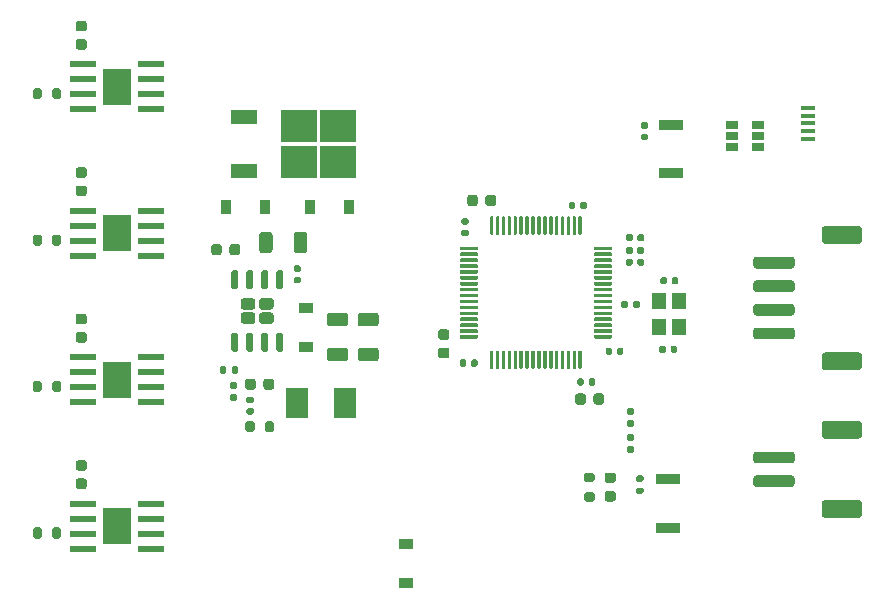
<source format=gbr>
%TF.GenerationSoftware,KiCad,Pcbnew,(5.1.8)-1*%
%TF.CreationDate,2022-03-24T23:03:00-07:00*%
%TF.ProjectId,smart_motor_controller,736d6172-745f-46d6-9f74-6f725f636f6e,0.1.1*%
%TF.SameCoordinates,Original*%
%TF.FileFunction,Paste,Top*%
%TF.FilePolarity,Positive*%
%FSLAX46Y46*%
G04 Gerber Fmt 4.6, Leading zero omitted, Abs format (unit mm)*
G04 Created by KiCad (PCBNEW (5.1.8)-1) date 2022-03-24 23:03:00*
%MOMM*%
%LPD*%
G01*
G04 APERTURE LIST*
%ADD10R,2.200000X0.500000*%
%ADD11R,2.400000X3.100000*%
%ADD12R,1.200000X0.900000*%
%ADD13R,2.000000X0.900000*%
%ADD14R,3.050000X2.750000*%
%ADD15R,2.200000X1.200000*%
%ADD16R,1.250000X0.400000*%
%ADD17R,1.060000X0.650000*%
%ADD18R,1.200000X1.400000*%
%ADD19R,0.900000X1.200000*%
%ADD20R,1.900000X2.500000*%
G04 APERTURE END LIST*
%TO.C,U201*%
G36*
G01*
X144642500Y-89815000D02*
X145407500Y-89815000D01*
G75*
G02*
X145650000Y-90057500I0J-242500D01*
G01*
X145650000Y-90542500D01*
G75*
G02*
X145407500Y-90785000I-242500J0D01*
G01*
X144642500Y-90785000D01*
G75*
G02*
X144400000Y-90542500I0J242500D01*
G01*
X144400000Y-90057500D01*
G75*
G02*
X144642500Y-89815000I242500J0D01*
G01*
G37*
G36*
G01*
X146192500Y-89815000D02*
X146957500Y-89815000D01*
G75*
G02*
X147200000Y-90057500I0J-242500D01*
G01*
X147200000Y-90542500D01*
G75*
G02*
X146957500Y-90785000I-242500J0D01*
G01*
X146192500Y-90785000D01*
G75*
G02*
X145950000Y-90542500I0J242500D01*
G01*
X145950000Y-90057500D01*
G75*
G02*
X146192500Y-89815000I242500J0D01*
G01*
G37*
G36*
G01*
X144642500Y-88615000D02*
X145407500Y-88615000D01*
G75*
G02*
X145650000Y-88857500I0J-242500D01*
G01*
X145650000Y-89342500D01*
G75*
G02*
X145407500Y-89585000I-242500J0D01*
G01*
X144642500Y-89585000D01*
G75*
G02*
X144400000Y-89342500I0J242500D01*
G01*
X144400000Y-88857500D01*
G75*
G02*
X144642500Y-88615000I242500J0D01*
G01*
G37*
G36*
G01*
X146192500Y-88615000D02*
X146957500Y-88615000D01*
G75*
G02*
X147200000Y-88857500I0J-242500D01*
G01*
X147200000Y-89342500D01*
G75*
G02*
X146957500Y-89585000I-242500J0D01*
G01*
X146192500Y-89585000D01*
G75*
G02*
X145950000Y-89342500I0J242500D01*
G01*
X145950000Y-88857500D01*
G75*
G02*
X146192500Y-88615000I242500J0D01*
G01*
G37*
G36*
G01*
X147555000Y-91550000D02*
X147855000Y-91550000D01*
G75*
G02*
X148005000Y-91700000I0J-150000D01*
G01*
X148005000Y-93000000D01*
G75*
G02*
X147855000Y-93150000I-150000J0D01*
G01*
X147555000Y-93150000D01*
G75*
G02*
X147405000Y-93000000I0J150000D01*
G01*
X147405000Y-91700000D01*
G75*
G02*
X147555000Y-91550000I150000J0D01*
G01*
G37*
G36*
G01*
X146285000Y-91550000D02*
X146585000Y-91550000D01*
G75*
G02*
X146735000Y-91700000I0J-150000D01*
G01*
X146735000Y-93000000D01*
G75*
G02*
X146585000Y-93150000I-150000J0D01*
G01*
X146285000Y-93150000D01*
G75*
G02*
X146135000Y-93000000I0J150000D01*
G01*
X146135000Y-91700000D01*
G75*
G02*
X146285000Y-91550000I150000J0D01*
G01*
G37*
G36*
G01*
X145015000Y-91550000D02*
X145315000Y-91550000D01*
G75*
G02*
X145465000Y-91700000I0J-150000D01*
G01*
X145465000Y-93000000D01*
G75*
G02*
X145315000Y-93150000I-150000J0D01*
G01*
X145015000Y-93150000D01*
G75*
G02*
X144865000Y-93000000I0J150000D01*
G01*
X144865000Y-91700000D01*
G75*
G02*
X145015000Y-91550000I150000J0D01*
G01*
G37*
G36*
G01*
X143745000Y-91550000D02*
X144045000Y-91550000D01*
G75*
G02*
X144195000Y-91700000I0J-150000D01*
G01*
X144195000Y-93000000D01*
G75*
G02*
X144045000Y-93150000I-150000J0D01*
G01*
X143745000Y-93150000D01*
G75*
G02*
X143595000Y-93000000I0J150000D01*
G01*
X143595000Y-91700000D01*
G75*
G02*
X143745000Y-91550000I150000J0D01*
G01*
G37*
G36*
G01*
X143745000Y-86250000D02*
X144045000Y-86250000D01*
G75*
G02*
X144195000Y-86400000I0J-150000D01*
G01*
X144195000Y-87700000D01*
G75*
G02*
X144045000Y-87850000I-150000J0D01*
G01*
X143745000Y-87850000D01*
G75*
G02*
X143595000Y-87700000I0J150000D01*
G01*
X143595000Y-86400000D01*
G75*
G02*
X143745000Y-86250000I150000J0D01*
G01*
G37*
G36*
G01*
X145015000Y-86250000D02*
X145315000Y-86250000D01*
G75*
G02*
X145465000Y-86400000I0J-150000D01*
G01*
X145465000Y-87700000D01*
G75*
G02*
X145315000Y-87850000I-150000J0D01*
G01*
X145015000Y-87850000D01*
G75*
G02*
X144865000Y-87700000I0J150000D01*
G01*
X144865000Y-86400000D01*
G75*
G02*
X145015000Y-86250000I150000J0D01*
G01*
G37*
G36*
G01*
X146285000Y-86250000D02*
X146585000Y-86250000D01*
G75*
G02*
X146735000Y-86400000I0J-150000D01*
G01*
X146735000Y-87700000D01*
G75*
G02*
X146585000Y-87850000I-150000J0D01*
G01*
X146285000Y-87850000D01*
G75*
G02*
X146135000Y-87700000I0J150000D01*
G01*
X146135000Y-86400000D01*
G75*
G02*
X146285000Y-86250000I150000J0D01*
G01*
G37*
G36*
G01*
X147555000Y-86250000D02*
X147855000Y-86250000D01*
G75*
G02*
X148005000Y-86400000I0J-150000D01*
G01*
X148005000Y-87700000D01*
G75*
G02*
X147855000Y-87850000I-150000J0D01*
G01*
X147555000Y-87850000D01*
G75*
G02*
X147405000Y-87700000I0J150000D01*
G01*
X147405000Y-86400000D01*
G75*
G02*
X147555000Y-86250000I150000J0D01*
G01*
G37*
%TD*%
D10*
%TO.C,U304*%
X131025000Y-109805000D03*
X131025000Y-108535000D03*
X131025000Y-107265000D03*
X131025000Y-105995000D03*
X136775000Y-105995000D03*
X136775000Y-107265000D03*
X136775000Y-108535000D03*
X136775000Y-109805000D03*
D11*
X133900000Y-107900000D03*
%TD*%
D10*
%TO.C,U303*%
X131025000Y-85005000D03*
X131025000Y-83735000D03*
X131025000Y-82465000D03*
X131025000Y-81195000D03*
X136775000Y-81195000D03*
X136775000Y-82465000D03*
X136775000Y-83735000D03*
X136775000Y-85005000D03*
D11*
X133900000Y-83100000D03*
%TD*%
D10*
%TO.C,U302*%
X131025000Y-97405000D03*
X131025000Y-96135000D03*
X131025000Y-94865000D03*
X131025000Y-93595000D03*
X136775000Y-93595000D03*
X136775000Y-94865000D03*
X136775000Y-96135000D03*
X136775000Y-97405000D03*
D11*
X133900000Y-95500000D03*
%TD*%
D10*
%TO.C,U301*%
X131025000Y-72605000D03*
X131025000Y-71335000D03*
X131025000Y-70065000D03*
X131025000Y-68795000D03*
X136775000Y-68795000D03*
X136775000Y-70065000D03*
X136775000Y-71335000D03*
X136775000Y-72605000D03*
D11*
X133900000Y-70700000D03*
%TD*%
D12*
%TO.C,D301*%
X158400000Y-112750000D03*
X158400000Y-109450000D03*
%TD*%
D13*
%TO.C,SW103*%
X180800000Y-73950000D03*
X180800000Y-78050000D03*
%TD*%
%TO.C,SW102*%
X180600000Y-108050000D03*
X180600000Y-103950000D03*
%TD*%
%TO.C,R101*%
G36*
G01*
X178385000Y-104160000D02*
X178015000Y-104160000D01*
G75*
G02*
X177880000Y-104025000I0J135000D01*
G01*
X177880000Y-103755000D01*
G75*
G02*
X178015000Y-103620000I135000J0D01*
G01*
X178385000Y-103620000D01*
G75*
G02*
X178520000Y-103755000I0J-135000D01*
G01*
X178520000Y-104025000D01*
G75*
G02*
X178385000Y-104160000I-135000J0D01*
G01*
G37*
G36*
G01*
X178385000Y-105180000D02*
X178015000Y-105180000D01*
G75*
G02*
X177880000Y-105045000I0J135000D01*
G01*
X177880000Y-104775000D01*
G75*
G02*
X178015000Y-104640000I135000J0D01*
G01*
X178385000Y-104640000D01*
G75*
G02*
X178520000Y-104775000I0J-135000D01*
G01*
X178520000Y-105045000D01*
G75*
G02*
X178385000Y-105180000I-135000J0D01*
G01*
G37*
%TD*%
%TO.C,C101*%
G36*
G01*
X178430000Y-74680000D02*
X178770000Y-74680000D01*
G75*
G02*
X178910000Y-74820000I0J-140000D01*
G01*
X178910000Y-75100000D01*
G75*
G02*
X178770000Y-75240000I-140000J0D01*
G01*
X178430000Y-75240000D01*
G75*
G02*
X178290000Y-75100000I0J140000D01*
G01*
X178290000Y-74820000D01*
G75*
G02*
X178430000Y-74680000I140000J0D01*
G01*
G37*
G36*
G01*
X178430000Y-73720000D02*
X178770000Y-73720000D01*
G75*
G02*
X178910000Y-73860000I0J-140000D01*
G01*
X178910000Y-74140000D01*
G75*
G02*
X178770000Y-74280000I-140000J0D01*
G01*
X178430000Y-74280000D01*
G75*
G02*
X178290000Y-74140000I0J140000D01*
G01*
X178290000Y-73860000D01*
G75*
G02*
X178430000Y-73720000I140000J0D01*
G01*
G37*
%TD*%
D14*
%TO.C,Q101*%
X149325000Y-77100000D03*
X152675000Y-74050000D03*
X149325000Y-74050000D03*
X152675000Y-77100000D03*
D15*
X144700000Y-77855000D03*
X144700000Y-73295000D03*
%TD*%
D12*
%TO.C,D201*%
X149900000Y-89450000D03*
X149900000Y-92750000D03*
%TD*%
D16*
%TO.C,J10*%
X192430000Y-72500000D03*
X192430000Y-73150000D03*
X192430000Y-75100000D03*
X192430000Y-74450000D03*
X192430000Y-73800000D03*
%TD*%
D17*
%TO.C,U3*%
X186000000Y-74900000D03*
X186000000Y-75850000D03*
X186000000Y-73950000D03*
X188200000Y-73950000D03*
X188200000Y-74900000D03*
X188200000Y-75850000D03*
%TD*%
%TO.C,U2*%
G36*
G01*
X173300000Y-93115000D02*
X173300000Y-94515000D01*
G75*
G02*
X173225000Y-94590000I-75000J0D01*
G01*
X173075000Y-94590000D01*
G75*
G02*
X173000000Y-94515000I0J75000D01*
G01*
X173000000Y-93115000D01*
G75*
G02*
X173075000Y-93040000I75000J0D01*
G01*
X173225000Y-93040000D01*
G75*
G02*
X173300000Y-93115000I0J-75000D01*
G01*
G37*
G36*
G01*
X172800000Y-93115000D02*
X172800000Y-94515000D01*
G75*
G02*
X172725000Y-94590000I-75000J0D01*
G01*
X172575000Y-94590000D01*
G75*
G02*
X172500000Y-94515000I0J75000D01*
G01*
X172500000Y-93115000D01*
G75*
G02*
X172575000Y-93040000I75000J0D01*
G01*
X172725000Y-93040000D01*
G75*
G02*
X172800000Y-93115000I0J-75000D01*
G01*
G37*
G36*
G01*
X172300000Y-93115000D02*
X172300000Y-94515000D01*
G75*
G02*
X172225000Y-94590000I-75000J0D01*
G01*
X172075000Y-94590000D01*
G75*
G02*
X172000000Y-94515000I0J75000D01*
G01*
X172000000Y-93115000D01*
G75*
G02*
X172075000Y-93040000I75000J0D01*
G01*
X172225000Y-93040000D01*
G75*
G02*
X172300000Y-93115000I0J-75000D01*
G01*
G37*
G36*
G01*
X171800000Y-93115000D02*
X171800000Y-94515000D01*
G75*
G02*
X171725000Y-94590000I-75000J0D01*
G01*
X171575000Y-94590000D01*
G75*
G02*
X171500000Y-94515000I0J75000D01*
G01*
X171500000Y-93115000D01*
G75*
G02*
X171575000Y-93040000I75000J0D01*
G01*
X171725000Y-93040000D01*
G75*
G02*
X171800000Y-93115000I0J-75000D01*
G01*
G37*
G36*
G01*
X171300000Y-93115000D02*
X171300000Y-94515000D01*
G75*
G02*
X171225000Y-94590000I-75000J0D01*
G01*
X171075000Y-94590000D01*
G75*
G02*
X171000000Y-94515000I0J75000D01*
G01*
X171000000Y-93115000D01*
G75*
G02*
X171075000Y-93040000I75000J0D01*
G01*
X171225000Y-93040000D01*
G75*
G02*
X171300000Y-93115000I0J-75000D01*
G01*
G37*
G36*
G01*
X170800000Y-93115000D02*
X170800000Y-94515000D01*
G75*
G02*
X170725000Y-94590000I-75000J0D01*
G01*
X170575000Y-94590000D01*
G75*
G02*
X170500000Y-94515000I0J75000D01*
G01*
X170500000Y-93115000D01*
G75*
G02*
X170575000Y-93040000I75000J0D01*
G01*
X170725000Y-93040000D01*
G75*
G02*
X170800000Y-93115000I0J-75000D01*
G01*
G37*
G36*
G01*
X170300000Y-93115000D02*
X170300000Y-94515000D01*
G75*
G02*
X170225000Y-94590000I-75000J0D01*
G01*
X170075000Y-94590000D01*
G75*
G02*
X170000000Y-94515000I0J75000D01*
G01*
X170000000Y-93115000D01*
G75*
G02*
X170075000Y-93040000I75000J0D01*
G01*
X170225000Y-93040000D01*
G75*
G02*
X170300000Y-93115000I0J-75000D01*
G01*
G37*
G36*
G01*
X169800000Y-93115000D02*
X169800000Y-94515000D01*
G75*
G02*
X169725000Y-94590000I-75000J0D01*
G01*
X169575000Y-94590000D01*
G75*
G02*
X169500000Y-94515000I0J75000D01*
G01*
X169500000Y-93115000D01*
G75*
G02*
X169575000Y-93040000I75000J0D01*
G01*
X169725000Y-93040000D01*
G75*
G02*
X169800000Y-93115000I0J-75000D01*
G01*
G37*
G36*
G01*
X169300000Y-93115000D02*
X169300000Y-94515000D01*
G75*
G02*
X169225000Y-94590000I-75000J0D01*
G01*
X169075000Y-94590000D01*
G75*
G02*
X169000000Y-94515000I0J75000D01*
G01*
X169000000Y-93115000D01*
G75*
G02*
X169075000Y-93040000I75000J0D01*
G01*
X169225000Y-93040000D01*
G75*
G02*
X169300000Y-93115000I0J-75000D01*
G01*
G37*
G36*
G01*
X168800000Y-93115000D02*
X168800000Y-94515000D01*
G75*
G02*
X168725000Y-94590000I-75000J0D01*
G01*
X168575000Y-94590000D01*
G75*
G02*
X168500000Y-94515000I0J75000D01*
G01*
X168500000Y-93115000D01*
G75*
G02*
X168575000Y-93040000I75000J0D01*
G01*
X168725000Y-93040000D01*
G75*
G02*
X168800000Y-93115000I0J-75000D01*
G01*
G37*
G36*
G01*
X168300000Y-93115000D02*
X168300000Y-94515000D01*
G75*
G02*
X168225000Y-94590000I-75000J0D01*
G01*
X168075000Y-94590000D01*
G75*
G02*
X168000000Y-94515000I0J75000D01*
G01*
X168000000Y-93115000D01*
G75*
G02*
X168075000Y-93040000I75000J0D01*
G01*
X168225000Y-93040000D01*
G75*
G02*
X168300000Y-93115000I0J-75000D01*
G01*
G37*
G36*
G01*
X167800000Y-93115000D02*
X167800000Y-94515000D01*
G75*
G02*
X167725000Y-94590000I-75000J0D01*
G01*
X167575000Y-94590000D01*
G75*
G02*
X167500000Y-94515000I0J75000D01*
G01*
X167500000Y-93115000D01*
G75*
G02*
X167575000Y-93040000I75000J0D01*
G01*
X167725000Y-93040000D01*
G75*
G02*
X167800000Y-93115000I0J-75000D01*
G01*
G37*
G36*
G01*
X167300000Y-93115000D02*
X167300000Y-94515000D01*
G75*
G02*
X167225000Y-94590000I-75000J0D01*
G01*
X167075000Y-94590000D01*
G75*
G02*
X167000000Y-94515000I0J75000D01*
G01*
X167000000Y-93115000D01*
G75*
G02*
X167075000Y-93040000I75000J0D01*
G01*
X167225000Y-93040000D01*
G75*
G02*
X167300000Y-93115000I0J-75000D01*
G01*
G37*
G36*
G01*
X166800000Y-93115000D02*
X166800000Y-94515000D01*
G75*
G02*
X166725000Y-94590000I-75000J0D01*
G01*
X166575000Y-94590000D01*
G75*
G02*
X166500000Y-94515000I0J75000D01*
G01*
X166500000Y-93115000D01*
G75*
G02*
X166575000Y-93040000I75000J0D01*
G01*
X166725000Y-93040000D01*
G75*
G02*
X166800000Y-93115000I0J-75000D01*
G01*
G37*
G36*
G01*
X166300000Y-93115000D02*
X166300000Y-94515000D01*
G75*
G02*
X166225000Y-94590000I-75000J0D01*
G01*
X166075000Y-94590000D01*
G75*
G02*
X166000000Y-94515000I0J75000D01*
G01*
X166000000Y-93115000D01*
G75*
G02*
X166075000Y-93040000I75000J0D01*
G01*
X166225000Y-93040000D01*
G75*
G02*
X166300000Y-93115000I0J-75000D01*
G01*
G37*
G36*
G01*
X165800000Y-93115000D02*
X165800000Y-94515000D01*
G75*
G02*
X165725000Y-94590000I-75000J0D01*
G01*
X165575000Y-94590000D01*
G75*
G02*
X165500000Y-94515000I0J75000D01*
G01*
X165500000Y-93115000D01*
G75*
G02*
X165575000Y-93040000I75000J0D01*
G01*
X165725000Y-93040000D01*
G75*
G02*
X165800000Y-93115000I0J-75000D01*
G01*
G37*
G36*
G01*
X164500000Y-91815000D02*
X164500000Y-91965000D01*
G75*
G02*
X164425000Y-92040000I-75000J0D01*
G01*
X163025000Y-92040000D01*
G75*
G02*
X162950000Y-91965000I0J75000D01*
G01*
X162950000Y-91815000D01*
G75*
G02*
X163025000Y-91740000I75000J0D01*
G01*
X164425000Y-91740000D01*
G75*
G02*
X164500000Y-91815000I0J-75000D01*
G01*
G37*
G36*
G01*
X164500000Y-91315000D02*
X164500000Y-91465000D01*
G75*
G02*
X164425000Y-91540000I-75000J0D01*
G01*
X163025000Y-91540000D01*
G75*
G02*
X162950000Y-91465000I0J75000D01*
G01*
X162950000Y-91315000D01*
G75*
G02*
X163025000Y-91240000I75000J0D01*
G01*
X164425000Y-91240000D01*
G75*
G02*
X164500000Y-91315000I0J-75000D01*
G01*
G37*
G36*
G01*
X164500000Y-90815000D02*
X164500000Y-90965000D01*
G75*
G02*
X164425000Y-91040000I-75000J0D01*
G01*
X163025000Y-91040000D01*
G75*
G02*
X162950000Y-90965000I0J75000D01*
G01*
X162950000Y-90815000D01*
G75*
G02*
X163025000Y-90740000I75000J0D01*
G01*
X164425000Y-90740000D01*
G75*
G02*
X164500000Y-90815000I0J-75000D01*
G01*
G37*
G36*
G01*
X164500000Y-90315000D02*
X164500000Y-90465000D01*
G75*
G02*
X164425000Y-90540000I-75000J0D01*
G01*
X163025000Y-90540000D01*
G75*
G02*
X162950000Y-90465000I0J75000D01*
G01*
X162950000Y-90315000D01*
G75*
G02*
X163025000Y-90240000I75000J0D01*
G01*
X164425000Y-90240000D01*
G75*
G02*
X164500000Y-90315000I0J-75000D01*
G01*
G37*
G36*
G01*
X164500000Y-89815000D02*
X164500000Y-89965000D01*
G75*
G02*
X164425000Y-90040000I-75000J0D01*
G01*
X163025000Y-90040000D01*
G75*
G02*
X162950000Y-89965000I0J75000D01*
G01*
X162950000Y-89815000D01*
G75*
G02*
X163025000Y-89740000I75000J0D01*
G01*
X164425000Y-89740000D01*
G75*
G02*
X164500000Y-89815000I0J-75000D01*
G01*
G37*
G36*
G01*
X164500000Y-89315000D02*
X164500000Y-89465000D01*
G75*
G02*
X164425000Y-89540000I-75000J0D01*
G01*
X163025000Y-89540000D01*
G75*
G02*
X162950000Y-89465000I0J75000D01*
G01*
X162950000Y-89315000D01*
G75*
G02*
X163025000Y-89240000I75000J0D01*
G01*
X164425000Y-89240000D01*
G75*
G02*
X164500000Y-89315000I0J-75000D01*
G01*
G37*
G36*
G01*
X164500000Y-88815000D02*
X164500000Y-88965000D01*
G75*
G02*
X164425000Y-89040000I-75000J0D01*
G01*
X163025000Y-89040000D01*
G75*
G02*
X162950000Y-88965000I0J75000D01*
G01*
X162950000Y-88815000D01*
G75*
G02*
X163025000Y-88740000I75000J0D01*
G01*
X164425000Y-88740000D01*
G75*
G02*
X164500000Y-88815000I0J-75000D01*
G01*
G37*
G36*
G01*
X164500000Y-88315000D02*
X164500000Y-88465000D01*
G75*
G02*
X164425000Y-88540000I-75000J0D01*
G01*
X163025000Y-88540000D01*
G75*
G02*
X162950000Y-88465000I0J75000D01*
G01*
X162950000Y-88315000D01*
G75*
G02*
X163025000Y-88240000I75000J0D01*
G01*
X164425000Y-88240000D01*
G75*
G02*
X164500000Y-88315000I0J-75000D01*
G01*
G37*
G36*
G01*
X164500000Y-87815000D02*
X164500000Y-87965000D01*
G75*
G02*
X164425000Y-88040000I-75000J0D01*
G01*
X163025000Y-88040000D01*
G75*
G02*
X162950000Y-87965000I0J75000D01*
G01*
X162950000Y-87815000D01*
G75*
G02*
X163025000Y-87740000I75000J0D01*
G01*
X164425000Y-87740000D01*
G75*
G02*
X164500000Y-87815000I0J-75000D01*
G01*
G37*
G36*
G01*
X164500000Y-87315000D02*
X164500000Y-87465000D01*
G75*
G02*
X164425000Y-87540000I-75000J0D01*
G01*
X163025000Y-87540000D01*
G75*
G02*
X162950000Y-87465000I0J75000D01*
G01*
X162950000Y-87315000D01*
G75*
G02*
X163025000Y-87240000I75000J0D01*
G01*
X164425000Y-87240000D01*
G75*
G02*
X164500000Y-87315000I0J-75000D01*
G01*
G37*
G36*
G01*
X164500000Y-86815000D02*
X164500000Y-86965000D01*
G75*
G02*
X164425000Y-87040000I-75000J0D01*
G01*
X163025000Y-87040000D01*
G75*
G02*
X162950000Y-86965000I0J75000D01*
G01*
X162950000Y-86815000D01*
G75*
G02*
X163025000Y-86740000I75000J0D01*
G01*
X164425000Y-86740000D01*
G75*
G02*
X164500000Y-86815000I0J-75000D01*
G01*
G37*
G36*
G01*
X164500000Y-86315000D02*
X164500000Y-86465000D01*
G75*
G02*
X164425000Y-86540000I-75000J0D01*
G01*
X163025000Y-86540000D01*
G75*
G02*
X162950000Y-86465000I0J75000D01*
G01*
X162950000Y-86315000D01*
G75*
G02*
X163025000Y-86240000I75000J0D01*
G01*
X164425000Y-86240000D01*
G75*
G02*
X164500000Y-86315000I0J-75000D01*
G01*
G37*
G36*
G01*
X164500000Y-85815000D02*
X164500000Y-85965000D01*
G75*
G02*
X164425000Y-86040000I-75000J0D01*
G01*
X163025000Y-86040000D01*
G75*
G02*
X162950000Y-85965000I0J75000D01*
G01*
X162950000Y-85815000D01*
G75*
G02*
X163025000Y-85740000I75000J0D01*
G01*
X164425000Y-85740000D01*
G75*
G02*
X164500000Y-85815000I0J-75000D01*
G01*
G37*
G36*
G01*
X164500000Y-85315000D02*
X164500000Y-85465000D01*
G75*
G02*
X164425000Y-85540000I-75000J0D01*
G01*
X163025000Y-85540000D01*
G75*
G02*
X162950000Y-85465000I0J75000D01*
G01*
X162950000Y-85315000D01*
G75*
G02*
X163025000Y-85240000I75000J0D01*
G01*
X164425000Y-85240000D01*
G75*
G02*
X164500000Y-85315000I0J-75000D01*
G01*
G37*
G36*
G01*
X164500000Y-84815000D02*
X164500000Y-84965000D01*
G75*
G02*
X164425000Y-85040000I-75000J0D01*
G01*
X163025000Y-85040000D01*
G75*
G02*
X162950000Y-84965000I0J75000D01*
G01*
X162950000Y-84815000D01*
G75*
G02*
X163025000Y-84740000I75000J0D01*
G01*
X164425000Y-84740000D01*
G75*
G02*
X164500000Y-84815000I0J-75000D01*
G01*
G37*
G36*
G01*
X164500000Y-84315000D02*
X164500000Y-84465000D01*
G75*
G02*
X164425000Y-84540000I-75000J0D01*
G01*
X163025000Y-84540000D01*
G75*
G02*
X162950000Y-84465000I0J75000D01*
G01*
X162950000Y-84315000D01*
G75*
G02*
X163025000Y-84240000I75000J0D01*
G01*
X164425000Y-84240000D01*
G75*
G02*
X164500000Y-84315000I0J-75000D01*
G01*
G37*
G36*
G01*
X165800000Y-81765000D02*
X165800000Y-83165000D01*
G75*
G02*
X165725000Y-83240000I-75000J0D01*
G01*
X165575000Y-83240000D01*
G75*
G02*
X165500000Y-83165000I0J75000D01*
G01*
X165500000Y-81765000D01*
G75*
G02*
X165575000Y-81690000I75000J0D01*
G01*
X165725000Y-81690000D01*
G75*
G02*
X165800000Y-81765000I0J-75000D01*
G01*
G37*
G36*
G01*
X166300000Y-81765000D02*
X166300000Y-83165000D01*
G75*
G02*
X166225000Y-83240000I-75000J0D01*
G01*
X166075000Y-83240000D01*
G75*
G02*
X166000000Y-83165000I0J75000D01*
G01*
X166000000Y-81765000D01*
G75*
G02*
X166075000Y-81690000I75000J0D01*
G01*
X166225000Y-81690000D01*
G75*
G02*
X166300000Y-81765000I0J-75000D01*
G01*
G37*
G36*
G01*
X166800000Y-81765000D02*
X166800000Y-83165000D01*
G75*
G02*
X166725000Y-83240000I-75000J0D01*
G01*
X166575000Y-83240000D01*
G75*
G02*
X166500000Y-83165000I0J75000D01*
G01*
X166500000Y-81765000D01*
G75*
G02*
X166575000Y-81690000I75000J0D01*
G01*
X166725000Y-81690000D01*
G75*
G02*
X166800000Y-81765000I0J-75000D01*
G01*
G37*
G36*
G01*
X167300000Y-81765000D02*
X167300000Y-83165000D01*
G75*
G02*
X167225000Y-83240000I-75000J0D01*
G01*
X167075000Y-83240000D01*
G75*
G02*
X167000000Y-83165000I0J75000D01*
G01*
X167000000Y-81765000D01*
G75*
G02*
X167075000Y-81690000I75000J0D01*
G01*
X167225000Y-81690000D01*
G75*
G02*
X167300000Y-81765000I0J-75000D01*
G01*
G37*
G36*
G01*
X167800000Y-81765000D02*
X167800000Y-83165000D01*
G75*
G02*
X167725000Y-83240000I-75000J0D01*
G01*
X167575000Y-83240000D01*
G75*
G02*
X167500000Y-83165000I0J75000D01*
G01*
X167500000Y-81765000D01*
G75*
G02*
X167575000Y-81690000I75000J0D01*
G01*
X167725000Y-81690000D01*
G75*
G02*
X167800000Y-81765000I0J-75000D01*
G01*
G37*
G36*
G01*
X168300000Y-81765000D02*
X168300000Y-83165000D01*
G75*
G02*
X168225000Y-83240000I-75000J0D01*
G01*
X168075000Y-83240000D01*
G75*
G02*
X168000000Y-83165000I0J75000D01*
G01*
X168000000Y-81765000D01*
G75*
G02*
X168075000Y-81690000I75000J0D01*
G01*
X168225000Y-81690000D01*
G75*
G02*
X168300000Y-81765000I0J-75000D01*
G01*
G37*
G36*
G01*
X168800000Y-81765000D02*
X168800000Y-83165000D01*
G75*
G02*
X168725000Y-83240000I-75000J0D01*
G01*
X168575000Y-83240000D01*
G75*
G02*
X168500000Y-83165000I0J75000D01*
G01*
X168500000Y-81765000D01*
G75*
G02*
X168575000Y-81690000I75000J0D01*
G01*
X168725000Y-81690000D01*
G75*
G02*
X168800000Y-81765000I0J-75000D01*
G01*
G37*
G36*
G01*
X169300000Y-81765000D02*
X169300000Y-83165000D01*
G75*
G02*
X169225000Y-83240000I-75000J0D01*
G01*
X169075000Y-83240000D01*
G75*
G02*
X169000000Y-83165000I0J75000D01*
G01*
X169000000Y-81765000D01*
G75*
G02*
X169075000Y-81690000I75000J0D01*
G01*
X169225000Y-81690000D01*
G75*
G02*
X169300000Y-81765000I0J-75000D01*
G01*
G37*
G36*
G01*
X169800000Y-81765000D02*
X169800000Y-83165000D01*
G75*
G02*
X169725000Y-83240000I-75000J0D01*
G01*
X169575000Y-83240000D01*
G75*
G02*
X169500000Y-83165000I0J75000D01*
G01*
X169500000Y-81765000D01*
G75*
G02*
X169575000Y-81690000I75000J0D01*
G01*
X169725000Y-81690000D01*
G75*
G02*
X169800000Y-81765000I0J-75000D01*
G01*
G37*
G36*
G01*
X170300000Y-81765000D02*
X170300000Y-83165000D01*
G75*
G02*
X170225000Y-83240000I-75000J0D01*
G01*
X170075000Y-83240000D01*
G75*
G02*
X170000000Y-83165000I0J75000D01*
G01*
X170000000Y-81765000D01*
G75*
G02*
X170075000Y-81690000I75000J0D01*
G01*
X170225000Y-81690000D01*
G75*
G02*
X170300000Y-81765000I0J-75000D01*
G01*
G37*
G36*
G01*
X170800000Y-81765000D02*
X170800000Y-83165000D01*
G75*
G02*
X170725000Y-83240000I-75000J0D01*
G01*
X170575000Y-83240000D01*
G75*
G02*
X170500000Y-83165000I0J75000D01*
G01*
X170500000Y-81765000D01*
G75*
G02*
X170575000Y-81690000I75000J0D01*
G01*
X170725000Y-81690000D01*
G75*
G02*
X170800000Y-81765000I0J-75000D01*
G01*
G37*
G36*
G01*
X171300000Y-81765000D02*
X171300000Y-83165000D01*
G75*
G02*
X171225000Y-83240000I-75000J0D01*
G01*
X171075000Y-83240000D01*
G75*
G02*
X171000000Y-83165000I0J75000D01*
G01*
X171000000Y-81765000D01*
G75*
G02*
X171075000Y-81690000I75000J0D01*
G01*
X171225000Y-81690000D01*
G75*
G02*
X171300000Y-81765000I0J-75000D01*
G01*
G37*
G36*
G01*
X171800000Y-81765000D02*
X171800000Y-83165000D01*
G75*
G02*
X171725000Y-83240000I-75000J0D01*
G01*
X171575000Y-83240000D01*
G75*
G02*
X171500000Y-83165000I0J75000D01*
G01*
X171500000Y-81765000D01*
G75*
G02*
X171575000Y-81690000I75000J0D01*
G01*
X171725000Y-81690000D01*
G75*
G02*
X171800000Y-81765000I0J-75000D01*
G01*
G37*
G36*
G01*
X172300000Y-81765000D02*
X172300000Y-83165000D01*
G75*
G02*
X172225000Y-83240000I-75000J0D01*
G01*
X172075000Y-83240000D01*
G75*
G02*
X172000000Y-83165000I0J75000D01*
G01*
X172000000Y-81765000D01*
G75*
G02*
X172075000Y-81690000I75000J0D01*
G01*
X172225000Y-81690000D01*
G75*
G02*
X172300000Y-81765000I0J-75000D01*
G01*
G37*
G36*
G01*
X172800000Y-81765000D02*
X172800000Y-83165000D01*
G75*
G02*
X172725000Y-83240000I-75000J0D01*
G01*
X172575000Y-83240000D01*
G75*
G02*
X172500000Y-83165000I0J75000D01*
G01*
X172500000Y-81765000D01*
G75*
G02*
X172575000Y-81690000I75000J0D01*
G01*
X172725000Y-81690000D01*
G75*
G02*
X172800000Y-81765000I0J-75000D01*
G01*
G37*
G36*
G01*
X173300000Y-81765000D02*
X173300000Y-83165000D01*
G75*
G02*
X173225000Y-83240000I-75000J0D01*
G01*
X173075000Y-83240000D01*
G75*
G02*
X173000000Y-83165000I0J75000D01*
G01*
X173000000Y-81765000D01*
G75*
G02*
X173075000Y-81690000I75000J0D01*
G01*
X173225000Y-81690000D01*
G75*
G02*
X173300000Y-81765000I0J-75000D01*
G01*
G37*
G36*
G01*
X175850000Y-84315000D02*
X175850000Y-84465000D01*
G75*
G02*
X175775000Y-84540000I-75000J0D01*
G01*
X174375000Y-84540000D01*
G75*
G02*
X174300000Y-84465000I0J75000D01*
G01*
X174300000Y-84315000D01*
G75*
G02*
X174375000Y-84240000I75000J0D01*
G01*
X175775000Y-84240000D01*
G75*
G02*
X175850000Y-84315000I0J-75000D01*
G01*
G37*
G36*
G01*
X175850000Y-84815000D02*
X175850000Y-84965000D01*
G75*
G02*
X175775000Y-85040000I-75000J0D01*
G01*
X174375000Y-85040000D01*
G75*
G02*
X174300000Y-84965000I0J75000D01*
G01*
X174300000Y-84815000D01*
G75*
G02*
X174375000Y-84740000I75000J0D01*
G01*
X175775000Y-84740000D01*
G75*
G02*
X175850000Y-84815000I0J-75000D01*
G01*
G37*
G36*
G01*
X175850000Y-85315000D02*
X175850000Y-85465000D01*
G75*
G02*
X175775000Y-85540000I-75000J0D01*
G01*
X174375000Y-85540000D01*
G75*
G02*
X174300000Y-85465000I0J75000D01*
G01*
X174300000Y-85315000D01*
G75*
G02*
X174375000Y-85240000I75000J0D01*
G01*
X175775000Y-85240000D01*
G75*
G02*
X175850000Y-85315000I0J-75000D01*
G01*
G37*
G36*
G01*
X175850000Y-85815000D02*
X175850000Y-85965000D01*
G75*
G02*
X175775000Y-86040000I-75000J0D01*
G01*
X174375000Y-86040000D01*
G75*
G02*
X174300000Y-85965000I0J75000D01*
G01*
X174300000Y-85815000D01*
G75*
G02*
X174375000Y-85740000I75000J0D01*
G01*
X175775000Y-85740000D01*
G75*
G02*
X175850000Y-85815000I0J-75000D01*
G01*
G37*
G36*
G01*
X175850000Y-86315000D02*
X175850000Y-86465000D01*
G75*
G02*
X175775000Y-86540000I-75000J0D01*
G01*
X174375000Y-86540000D01*
G75*
G02*
X174300000Y-86465000I0J75000D01*
G01*
X174300000Y-86315000D01*
G75*
G02*
X174375000Y-86240000I75000J0D01*
G01*
X175775000Y-86240000D01*
G75*
G02*
X175850000Y-86315000I0J-75000D01*
G01*
G37*
G36*
G01*
X175850000Y-86815000D02*
X175850000Y-86965000D01*
G75*
G02*
X175775000Y-87040000I-75000J0D01*
G01*
X174375000Y-87040000D01*
G75*
G02*
X174300000Y-86965000I0J75000D01*
G01*
X174300000Y-86815000D01*
G75*
G02*
X174375000Y-86740000I75000J0D01*
G01*
X175775000Y-86740000D01*
G75*
G02*
X175850000Y-86815000I0J-75000D01*
G01*
G37*
G36*
G01*
X175850000Y-87315000D02*
X175850000Y-87465000D01*
G75*
G02*
X175775000Y-87540000I-75000J0D01*
G01*
X174375000Y-87540000D01*
G75*
G02*
X174300000Y-87465000I0J75000D01*
G01*
X174300000Y-87315000D01*
G75*
G02*
X174375000Y-87240000I75000J0D01*
G01*
X175775000Y-87240000D01*
G75*
G02*
X175850000Y-87315000I0J-75000D01*
G01*
G37*
G36*
G01*
X175850000Y-87815000D02*
X175850000Y-87965000D01*
G75*
G02*
X175775000Y-88040000I-75000J0D01*
G01*
X174375000Y-88040000D01*
G75*
G02*
X174300000Y-87965000I0J75000D01*
G01*
X174300000Y-87815000D01*
G75*
G02*
X174375000Y-87740000I75000J0D01*
G01*
X175775000Y-87740000D01*
G75*
G02*
X175850000Y-87815000I0J-75000D01*
G01*
G37*
G36*
G01*
X175850000Y-88315000D02*
X175850000Y-88465000D01*
G75*
G02*
X175775000Y-88540000I-75000J0D01*
G01*
X174375000Y-88540000D01*
G75*
G02*
X174300000Y-88465000I0J75000D01*
G01*
X174300000Y-88315000D01*
G75*
G02*
X174375000Y-88240000I75000J0D01*
G01*
X175775000Y-88240000D01*
G75*
G02*
X175850000Y-88315000I0J-75000D01*
G01*
G37*
G36*
G01*
X175850000Y-88815000D02*
X175850000Y-88965000D01*
G75*
G02*
X175775000Y-89040000I-75000J0D01*
G01*
X174375000Y-89040000D01*
G75*
G02*
X174300000Y-88965000I0J75000D01*
G01*
X174300000Y-88815000D01*
G75*
G02*
X174375000Y-88740000I75000J0D01*
G01*
X175775000Y-88740000D01*
G75*
G02*
X175850000Y-88815000I0J-75000D01*
G01*
G37*
G36*
G01*
X175850000Y-89315000D02*
X175850000Y-89465000D01*
G75*
G02*
X175775000Y-89540000I-75000J0D01*
G01*
X174375000Y-89540000D01*
G75*
G02*
X174300000Y-89465000I0J75000D01*
G01*
X174300000Y-89315000D01*
G75*
G02*
X174375000Y-89240000I75000J0D01*
G01*
X175775000Y-89240000D01*
G75*
G02*
X175850000Y-89315000I0J-75000D01*
G01*
G37*
G36*
G01*
X175850000Y-89815000D02*
X175850000Y-89965000D01*
G75*
G02*
X175775000Y-90040000I-75000J0D01*
G01*
X174375000Y-90040000D01*
G75*
G02*
X174300000Y-89965000I0J75000D01*
G01*
X174300000Y-89815000D01*
G75*
G02*
X174375000Y-89740000I75000J0D01*
G01*
X175775000Y-89740000D01*
G75*
G02*
X175850000Y-89815000I0J-75000D01*
G01*
G37*
G36*
G01*
X175850000Y-90315000D02*
X175850000Y-90465000D01*
G75*
G02*
X175775000Y-90540000I-75000J0D01*
G01*
X174375000Y-90540000D01*
G75*
G02*
X174300000Y-90465000I0J75000D01*
G01*
X174300000Y-90315000D01*
G75*
G02*
X174375000Y-90240000I75000J0D01*
G01*
X175775000Y-90240000D01*
G75*
G02*
X175850000Y-90315000I0J-75000D01*
G01*
G37*
G36*
G01*
X175850000Y-90815000D02*
X175850000Y-90965000D01*
G75*
G02*
X175775000Y-91040000I-75000J0D01*
G01*
X174375000Y-91040000D01*
G75*
G02*
X174300000Y-90965000I0J75000D01*
G01*
X174300000Y-90815000D01*
G75*
G02*
X174375000Y-90740000I75000J0D01*
G01*
X175775000Y-90740000D01*
G75*
G02*
X175850000Y-90815000I0J-75000D01*
G01*
G37*
G36*
G01*
X175850000Y-91315000D02*
X175850000Y-91465000D01*
G75*
G02*
X175775000Y-91540000I-75000J0D01*
G01*
X174375000Y-91540000D01*
G75*
G02*
X174300000Y-91465000I0J75000D01*
G01*
X174300000Y-91315000D01*
G75*
G02*
X174375000Y-91240000I75000J0D01*
G01*
X175775000Y-91240000D01*
G75*
G02*
X175850000Y-91315000I0J-75000D01*
G01*
G37*
G36*
G01*
X175850000Y-91815000D02*
X175850000Y-91965000D01*
G75*
G02*
X175775000Y-92040000I-75000J0D01*
G01*
X174375000Y-92040000D01*
G75*
G02*
X174300000Y-91965000I0J75000D01*
G01*
X174300000Y-91815000D01*
G75*
G02*
X174375000Y-91740000I75000J0D01*
G01*
X175775000Y-91740000D01*
G75*
G02*
X175850000Y-91815000I0J-75000D01*
G01*
G37*
%TD*%
%TO.C,R15*%
G36*
G01*
X177215000Y-97920000D02*
X177585000Y-97920000D01*
G75*
G02*
X177720000Y-98055000I0J-135000D01*
G01*
X177720000Y-98325000D01*
G75*
G02*
X177585000Y-98460000I-135000J0D01*
G01*
X177215000Y-98460000D01*
G75*
G02*
X177080000Y-98325000I0J135000D01*
G01*
X177080000Y-98055000D01*
G75*
G02*
X177215000Y-97920000I135000J0D01*
G01*
G37*
G36*
G01*
X177215000Y-98940000D02*
X177585000Y-98940000D01*
G75*
G02*
X177720000Y-99075000I0J-135000D01*
G01*
X177720000Y-99345000D01*
G75*
G02*
X177585000Y-99480000I-135000J0D01*
G01*
X177215000Y-99480000D01*
G75*
G02*
X177080000Y-99345000I0J135000D01*
G01*
X177080000Y-99075000D01*
G75*
G02*
X177215000Y-98940000I135000J0D01*
G01*
G37*
%TD*%
%TO.C,R14*%
G36*
G01*
X177585000Y-101680000D02*
X177215000Y-101680000D01*
G75*
G02*
X177080000Y-101545000I0J135000D01*
G01*
X177080000Y-101275000D01*
G75*
G02*
X177215000Y-101140000I135000J0D01*
G01*
X177585000Y-101140000D01*
G75*
G02*
X177720000Y-101275000I0J-135000D01*
G01*
X177720000Y-101545000D01*
G75*
G02*
X177585000Y-101680000I-135000J0D01*
G01*
G37*
G36*
G01*
X177585000Y-100660000D02*
X177215000Y-100660000D01*
G75*
G02*
X177080000Y-100525000I0J135000D01*
G01*
X177080000Y-100255000D01*
G75*
G02*
X177215000Y-100120000I135000J0D01*
G01*
X177585000Y-100120000D01*
G75*
G02*
X177720000Y-100255000I0J-135000D01*
G01*
X177720000Y-100525000D01*
G75*
G02*
X177585000Y-100660000I-135000J0D01*
G01*
G37*
%TD*%
%TO.C,R7*%
G36*
G01*
X174195000Y-105845000D02*
X173645000Y-105845000D01*
G75*
G02*
X173445000Y-105645000I0J200000D01*
G01*
X173445000Y-105245000D01*
G75*
G02*
X173645000Y-105045000I200000J0D01*
G01*
X174195000Y-105045000D01*
G75*
G02*
X174395000Y-105245000I0J-200000D01*
G01*
X174395000Y-105645000D01*
G75*
G02*
X174195000Y-105845000I-200000J0D01*
G01*
G37*
G36*
G01*
X174195000Y-104195000D02*
X173645000Y-104195000D01*
G75*
G02*
X173445000Y-103995000I0J200000D01*
G01*
X173445000Y-103595000D01*
G75*
G02*
X173645000Y-103395000I200000J0D01*
G01*
X174195000Y-103395000D01*
G75*
G02*
X174395000Y-103595000I0J-200000D01*
G01*
X174395000Y-103995000D01*
G75*
G02*
X174195000Y-104195000I-200000J0D01*
G01*
G37*
%TD*%
%TO.C,R6*%
G36*
G01*
X176630000Y-89325000D02*
X176630000Y-88955000D01*
G75*
G02*
X176765000Y-88820000I135000J0D01*
G01*
X177035000Y-88820000D01*
G75*
G02*
X177170000Y-88955000I0J-135000D01*
G01*
X177170000Y-89325000D01*
G75*
G02*
X177035000Y-89460000I-135000J0D01*
G01*
X176765000Y-89460000D01*
G75*
G02*
X176630000Y-89325000I0J135000D01*
G01*
G37*
G36*
G01*
X177650000Y-89325000D02*
X177650000Y-88955000D01*
G75*
G02*
X177785000Y-88820000I135000J0D01*
G01*
X178055000Y-88820000D01*
G75*
G02*
X178190000Y-88955000I0J-135000D01*
G01*
X178190000Y-89325000D01*
G75*
G02*
X178055000Y-89460000I-135000J0D01*
G01*
X177785000Y-89460000D01*
G75*
G02*
X177650000Y-89325000I0J135000D01*
G01*
G37*
%TD*%
%TO.C,L2*%
G36*
G01*
X177610000Y-83317500D02*
X177610000Y-83662500D01*
G75*
G02*
X177462500Y-83810000I-147500J0D01*
G01*
X177167500Y-83810000D01*
G75*
G02*
X177020000Y-83662500I0J147500D01*
G01*
X177020000Y-83317500D01*
G75*
G02*
X177167500Y-83170000I147500J0D01*
G01*
X177462500Y-83170000D01*
G75*
G02*
X177610000Y-83317500I0J-147500D01*
G01*
G37*
G36*
G01*
X178580000Y-83317500D02*
X178580000Y-83662500D01*
G75*
G02*
X178432500Y-83810000I-147500J0D01*
G01*
X178137500Y-83810000D01*
G75*
G02*
X177990000Y-83662500I0J147500D01*
G01*
X177990000Y-83317500D01*
G75*
G02*
X178137500Y-83170000I147500J0D01*
G01*
X178432500Y-83170000D01*
G75*
G02*
X178580000Y-83317500I0J-147500D01*
G01*
G37*
%TD*%
D18*
%TO.C,HSE1*%
X181550000Y-91040000D03*
X181550000Y-88840000D03*
X179850000Y-88840000D03*
X179850000Y-91040000D03*
%TD*%
%TO.C,D3*%
G36*
G01*
X175946250Y-105825000D02*
X175433750Y-105825000D01*
G75*
G02*
X175215000Y-105606250I0J218750D01*
G01*
X175215000Y-105168750D01*
G75*
G02*
X175433750Y-104950000I218750J0D01*
G01*
X175946250Y-104950000D01*
G75*
G02*
X176165000Y-105168750I0J-218750D01*
G01*
X176165000Y-105606250D01*
G75*
G02*
X175946250Y-105825000I-218750J0D01*
G01*
G37*
G36*
G01*
X175946250Y-104250000D02*
X175433750Y-104250000D01*
G75*
G02*
X175215000Y-104031250I0J218750D01*
G01*
X175215000Y-103593750D01*
G75*
G02*
X175433750Y-103375000I218750J0D01*
G01*
X175946250Y-103375000D01*
G75*
G02*
X176165000Y-103593750I0J-218750D01*
G01*
X176165000Y-104031250D01*
G75*
G02*
X175946250Y-104250000I-218750J0D01*
G01*
G37*
%TD*%
D19*
%TO.C,D2*%
X143150000Y-80900000D03*
X146450000Y-80900000D03*
%TD*%
%TO.C,D1*%
X153550000Y-80900000D03*
X150250000Y-80900000D03*
%TD*%
%TO.C,C18*%
G36*
G01*
X179940000Y-87310000D02*
X179940000Y-86970000D01*
G75*
G02*
X180080000Y-86830000I140000J0D01*
G01*
X180360000Y-86830000D01*
G75*
G02*
X180500000Y-86970000I0J-140000D01*
G01*
X180500000Y-87310000D01*
G75*
G02*
X180360000Y-87450000I-140000J0D01*
G01*
X180080000Y-87450000D01*
G75*
G02*
X179940000Y-87310000I0J140000D01*
G01*
G37*
G36*
G01*
X180900000Y-87310000D02*
X180900000Y-86970000D01*
G75*
G02*
X181040000Y-86830000I140000J0D01*
G01*
X181320000Y-86830000D01*
G75*
G02*
X181460000Y-86970000I0J-140000D01*
G01*
X181460000Y-87310000D01*
G75*
G02*
X181320000Y-87450000I-140000J0D01*
G01*
X181040000Y-87450000D01*
G75*
G02*
X180900000Y-87310000I0J140000D01*
G01*
G37*
%TD*%
%TO.C,C17*%
G36*
G01*
X181360000Y-92770000D02*
X181360000Y-93110000D01*
G75*
G02*
X181220000Y-93250000I-140000J0D01*
G01*
X180940000Y-93250000D01*
G75*
G02*
X180800000Y-93110000I0J140000D01*
G01*
X180800000Y-92770000D01*
G75*
G02*
X180940000Y-92630000I140000J0D01*
G01*
X181220000Y-92630000D01*
G75*
G02*
X181360000Y-92770000I0J-140000D01*
G01*
G37*
G36*
G01*
X180400000Y-92770000D02*
X180400000Y-93110000D01*
G75*
G02*
X180260000Y-93250000I-140000J0D01*
G01*
X179980000Y-93250000D01*
G75*
G02*
X179840000Y-93110000I0J140000D01*
G01*
X179840000Y-92770000D01*
G75*
G02*
X179980000Y-92630000I140000J0D01*
G01*
X180260000Y-92630000D01*
G75*
G02*
X180400000Y-92770000I0J-140000D01*
G01*
G37*
%TD*%
%TO.C,C16*%
G36*
G01*
X161340000Y-92800000D02*
X161840000Y-92800000D01*
G75*
G02*
X162065000Y-93025000I0J-225000D01*
G01*
X162065000Y-93475000D01*
G75*
G02*
X161840000Y-93700000I-225000J0D01*
G01*
X161340000Y-93700000D01*
G75*
G02*
X161115000Y-93475000I0J225000D01*
G01*
X161115000Y-93025000D01*
G75*
G02*
X161340000Y-92800000I225000J0D01*
G01*
G37*
G36*
G01*
X161340000Y-91250000D02*
X161840000Y-91250000D01*
G75*
G02*
X162065000Y-91475000I0J-225000D01*
G01*
X162065000Y-91925000D01*
G75*
G02*
X161840000Y-92150000I-225000J0D01*
G01*
X161340000Y-92150000D01*
G75*
G02*
X161115000Y-91925000I0J225000D01*
G01*
X161115000Y-91475000D01*
G75*
G02*
X161340000Y-91250000I225000J0D01*
G01*
G37*
%TD*%
%TO.C,C15*%
G36*
G01*
X164475000Y-80090000D02*
X164475000Y-80590000D01*
G75*
G02*
X164250000Y-80815000I-225000J0D01*
G01*
X163800000Y-80815000D01*
G75*
G02*
X163575000Y-80590000I0J225000D01*
G01*
X163575000Y-80090000D01*
G75*
G02*
X163800000Y-79865000I225000J0D01*
G01*
X164250000Y-79865000D01*
G75*
G02*
X164475000Y-80090000I0J-225000D01*
G01*
G37*
G36*
G01*
X166025000Y-80090000D02*
X166025000Y-80590000D01*
G75*
G02*
X165800000Y-80815000I-225000J0D01*
G01*
X165350000Y-80815000D01*
G75*
G02*
X165125000Y-80590000I0J225000D01*
G01*
X165125000Y-80090000D01*
G75*
G02*
X165350000Y-79865000I225000J0D01*
G01*
X165800000Y-79865000D01*
G75*
G02*
X166025000Y-80090000I0J-225000D01*
G01*
G37*
%TD*%
%TO.C,C14*%
G36*
G01*
X177980000Y-85740000D02*
X177980000Y-85400000D01*
G75*
G02*
X178120000Y-85260000I140000J0D01*
G01*
X178400000Y-85260000D01*
G75*
G02*
X178540000Y-85400000I0J-140000D01*
G01*
X178540000Y-85740000D01*
G75*
G02*
X178400000Y-85880000I-140000J0D01*
G01*
X178120000Y-85880000D01*
G75*
G02*
X177980000Y-85740000I0J140000D01*
G01*
G37*
G36*
G01*
X177020000Y-85740000D02*
X177020000Y-85400000D01*
G75*
G02*
X177160000Y-85260000I140000J0D01*
G01*
X177440000Y-85260000D01*
G75*
G02*
X177580000Y-85400000I0J-140000D01*
G01*
X177580000Y-85740000D01*
G75*
G02*
X177440000Y-85880000I-140000J0D01*
G01*
X177160000Y-85880000D01*
G75*
G02*
X177020000Y-85740000I0J140000D01*
G01*
G37*
%TD*%
%TO.C,C13*%
G36*
G01*
X177980000Y-84740000D02*
X177980000Y-84400000D01*
G75*
G02*
X178120000Y-84260000I140000J0D01*
G01*
X178400000Y-84260000D01*
G75*
G02*
X178540000Y-84400000I0J-140000D01*
G01*
X178540000Y-84740000D01*
G75*
G02*
X178400000Y-84880000I-140000J0D01*
G01*
X178120000Y-84880000D01*
G75*
G02*
X177980000Y-84740000I0J140000D01*
G01*
G37*
G36*
G01*
X177020000Y-84740000D02*
X177020000Y-84400000D01*
G75*
G02*
X177160000Y-84260000I140000J0D01*
G01*
X177440000Y-84260000D01*
G75*
G02*
X177580000Y-84400000I0J-140000D01*
G01*
X177580000Y-84740000D01*
G75*
G02*
X177440000Y-84880000I-140000J0D01*
G01*
X177160000Y-84880000D01*
G75*
G02*
X177020000Y-84740000I0J140000D01*
G01*
G37*
%TD*%
%TO.C,C8*%
G36*
G01*
X173860000Y-95870000D02*
X173860000Y-95530000D01*
G75*
G02*
X174000000Y-95390000I140000J0D01*
G01*
X174280000Y-95390000D01*
G75*
G02*
X174420000Y-95530000I0J-140000D01*
G01*
X174420000Y-95870000D01*
G75*
G02*
X174280000Y-96010000I-140000J0D01*
G01*
X174000000Y-96010000D01*
G75*
G02*
X173860000Y-95870000I0J140000D01*
G01*
G37*
G36*
G01*
X172900000Y-95870000D02*
X172900000Y-95530000D01*
G75*
G02*
X173040000Y-95390000I140000J0D01*
G01*
X173320000Y-95390000D01*
G75*
G02*
X173460000Y-95530000I0J-140000D01*
G01*
X173460000Y-95870000D01*
G75*
G02*
X173320000Y-96010000I-140000J0D01*
G01*
X173040000Y-96010000D01*
G75*
G02*
X172900000Y-95870000I0J140000D01*
G01*
G37*
%TD*%
%TO.C,C7*%
G36*
G01*
X163900000Y-94270000D02*
X163900000Y-93930000D01*
G75*
G02*
X164040000Y-93790000I140000J0D01*
G01*
X164320000Y-93790000D01*
G75*
G02*
X164460000Y-93930000I0J-140000D01*
G01*
X164460000Y-94270000D01*
G75*
G02*
X164320000Y-94410000I-140000J0D01*
G01*
X164040000Y-94410000D01*
G75*
G02*
X163900000Y-94270000I0J140000D01*
G01*
G37*
G36*
G01*
X162940000Y-94270000D02*
X162940000Y-93930000D01*
G75*
G02*
X163080000Y-93790000I140000J0D01*
G01*
X163360000Y-93790000D01*
G75*
G02*
X163500000Y-93930000I0J-140000D01*
G01*
X163500000Y-94270000D01*
G75*
G02*
X163360000Y-94410000I-140000J0D01*
G01*
X163080000Y-94410000D01*
G75*
G02*
X162940000Y-94270000I0J140000D01*
G01*
G37*
%TD*%
%TO.C,C6*%
G36*
G01*
X163220000Y-82800000D02*
X163560000Y-82800000D01*
G75*
G02*
X163700000Y-82940000I0J-140000D01*
G01*
X163700000Y-83220000D01*
G75*
G02*
X163560000Y-83360000I-140000J0D01*
G01*
X163220000Y-83360000D01*
G75*
G02*
X163080000Y-83220000I0J140000D01*
G01*
X163080000Y-82940000D01*
G75*
G02*
X163220000Y-82800000I140000J0D01*
G01*
G37*
G36*
G01*
X163220000Y-81840000D02*
X163560000Y-81840000D01*
G75*
G02*
X163700000Y-81980000I0J-140000D01*
G01*
X163700000Y-82260000D01*
G75*
G02*
X163560000Y-82400000I-140000J0D01*
G01*
X163220000Y-82400000D01*
G75*
G02*
X163080000Y-82260000I0J140000D01*
G01*
X163080000Y-81980000D01*
G75*
G02*
X163220000Y-81840000I140000J0D01*
G01*
G37*
%TD*%
%TO.C,C5*%
G36*
G01*
X173140000Y-80930000D02*
X173140000Y-80590000D01*
G75*
G02*
X173280000Y-80450000I140000J0D01*
G01*
X173560000Y-80450000D01*
G75*
G02*
X173700000Y-80590000I0J-140000D01*
G01*
X173700000Y-80930000D01*
G75*
G02*
X173560000Y-81070000I-140000J0D01*
G01*
X173280000Y-81070000D01*
G75*
G02*
X173140000Y-80930000I0J140000D01*
G01*
G37*
G36*
G01*
X172180000Y-80930000D02*
X172180000Y-80590000D01*
G75*
G02*
X172320000Y-80450000I140000J0D01*
G01*
X172600000Y-80450000D01*
G75*
G02*
X172740000Y-80590000I0J-140000D01*
G01*
X172740000Y-80930000D01*
G75*
G02*
X172600000Y-81070000I-140000J0D01*
G01*
X172320000Y-81070000D01*
G75*
G02*
X172180000Y-80930000I0J140000D01*
G01*
G37*
%TD*%
%TO.C,C4*%
G36*
G01*
X176250000Y-93270000D02*
X176250000Y-92930000D01*
G75*
G02*
X176390000Y-92790000I140000J0D01*
G01*
X176670000Y-92790000D01*
G75*
G02*
X176810000Y-92930000I0J-140000D01*
G01*
X176810000Y-93270000D01*
G75*
G02*
X176670000Y-93410000I-140000J0D01*
G01*
X176390000Y-93410000D01*
G75*
G02*
X176250000Y-93270000I0J140000D01*
G01*
G37*
G36*
G01*
X175290000Y-93270000D02*
X175290000Y-92930000D01*
G75*
G02*
X175430000Y-92790000I140000J0D01*
G01*
X175710000Y-92790000D01*
G75*
G02*
X175850000Y-92930000I0J-140000D01*
G01*
X175850000Y-93270000D01*
G75*
G02*
X175710000Y-93410000I-140000J0D01*
G01*
X175430000Y-93410000D01*
G75*
G02*
X175290000Y-93270000I0J140000D01*
G01*
G37*
%TD*%
%TO.C,C3*%
G36*
G01*
X174270000Y-97400000D02*
X174270000Y-96900000D01*
G75*
G02*
X174495000Y-96675000I225000J0D01*
G01*
X174945000Y-96675000D01*
G75*
G02*
X175170000Y-96900000I0J-225000D01*
G01*
X175170000Y-97400000D01*
G75*
G02*
X174945000Y-97625000I-225000J0D01*
G01*
X174495000Y-97625000D01*
G75*
G02*
X174270000Y-97400000I0J225000D01*
G01*
G37*
G36*
G01*
X172720000Y-97400000D02*
X172720000Y-96900000D01*
G75*
G02*
X172945000Y-96675000I225000J0D01*
G01*
X173395000Y-96675000D01*
G75*
G02*
X173620000Y-96900000I0J-225000D01*
G01*
X173620000Y-97400000D01*
G75*
G02*
X173395000Y-97625000I-225000J0D01*
G01*
X172945000Y-97625000D01*
G75*
G02*
X172720000Y-97400000I0J225000D01*
G01*
G37*
%TD*%
%TO.C,C201*%
G36*
G01*
X149030000Y-86800000D02*
X149370000Y-86800000D01*
G75*
G02*
X149510000Y-86940000I0J-140000D01*
G01*
X149510000Y-87220000D01*
G75*
G02*
X149370000Y-87360000I-140000J0D01*
G01*
X149030000Y-87360000D01*
G75*
G02*
X148890000Y-87220000I0J140000D01*
G01*
X148890000Y-86940000D01*
G75*
G02*
X149030000Y-86800000I140000J0D01*
G01*
G37*
G36*
G01*
X149030000Y-85840000D02*
X149370000Y-85840000D01*
G75*
G02*
X149510000Y-85980000I0J-140000D01*
G01*
X149510000Y-86260000D01*
G75*
G02*
X149370000Y-86400000I-140000J0D01*
G01*
X149030000Y-86400000D01*
G75*
G02*
X148890000Y-86260000I0J140000D01*
G01*
X148890000Y-85980000D01*
G75*
G02*
X149030000Y-85840000I140000J0D01*
G01*
G37*
%TD*%
%TO.C,C202*%
G36*
G01*
X145950000Y-84550001D02*
X145950000Y-83249999D01*
G75*
G02*
X146199999Y-83000000I249999J0D01*
G01*
X146850001Y-83000000D01*
G75*
G02*
X147100000Y-83249999I0J-249999D01*
G01*
X147100000Y-84550001D01*
G75*
G02*
X146850001Y-84800000I-249999J0D01*
G01*
X146199999Y-84800000D01*
G75*
G02*
X145950000Y-84550001I0J249999D01*
G01*
G37*
G36*
G01*
X148900000Y-84550001D02*
X148900000Y-83249999D01*
G75*
G02*
X149149999Y-83000000I249999J0D01*
G01*
X149800001Y-83000000D01*
G75*
G02*
X150050000Y-83249999I0J-249999D01*
G01*
X150050000Y-84550001D01*
G75*
G02*
X149800001Y-84800000I-249999J0D01*
G01*
X149149999Y-84800000D01*
G75*
G02*
X148900000Y-84550001I0J249999D01*
G01*
G37*
%TD*%
%TO.C,C203*%
G36*
G01*
X144775000Y-96150000D02*
X144775000Y-95650000D01*
G75*
G02*
X145000000Y-95425000I225000J0D01*
G01*
X145450000Y-95425000D01*
G75*
G02*
X145675000Y-95650000I0J-225000D01*
G01*
X145675000Y-96150000D01*
G75*
G02*
X145450000Y-96375000I-225000J0D01*
G01*
X145000000Y-96375000D01*
G75*
G02*
X144775000Y-96150000I0J225000D01*
G01*
G37*
G36*
G01*
X146325000Y-96150000D02*
X146325000Y-95650000D01*
G75*
G02*
X146550000Y-95425000I225000J0D01*
G01*
X147000000Y-95425000D01*
G75*
G02*
X147225000Y-95650000I0J-225000D01*
G01*
X147225000Y-96150000D01*
G75*
G02*
X147000000Y-96375000I-225000J0D01*
G01*
X146550000Y-96375000D01*
G75*
G02*
X146325000Y-96150000I0J225000D01*
G01*
G37*
%TD*%
%TO.C,C204*%
G36*
G01*
X145030000Y-96940000D02*
X145370000Y-96940000D01*
G75*
G02*
X145510000Y-97080000I0J-140000D01*
G01*
X145510000Y-97360000D01*
G75*
G02*
X145370000Y-97500000I-140000J0D01*
G01*
X145030000Y-97500000D01*
G75*
G02*
X144890000Y-97360000I0J140000D01*
G01*
X144890000Y-97080000D01*
G75*
G02*
X145030000Y-96940000I140000J0D01*
G01*
G37*
G36*
G01*
X145030000Y-97900000D02*
X145370000Y-97900000D01*
G75*
G02*
X145510000Y-98040000I0J-140000D01*
G01*
X145510000Y-98320000D01*
G75*
G02*
X145370000Y-98460000I-140000J0D01*
G01*
X145030000Y-98460000D01*
G75*
G02*
X144890000Y-98320000I0J140000D01*
G01*
X144890000Y-98040000D01*
G75*
G02*
X145030000Y-97900000I140000J0D01*
G01*
G37*
%TD*%
%TO.C,C205*%
G36*
G01*
X142800000Y-84250000D02*
X142800000Y-84750000D01*
G75*
G02*
X142575000Y-84975000I-225000J0D01*
G01*
X142125000Y-84975000D01*
G75*
G02*
X141900000Y-84750000I0J225000D01*
G01*
X141900000Y-84250000D01*
G75*
G02*
X142125000Y-84025000I225000J0D01*
G01*
X142575000Y-84025000D01*
G75*
G02*
X142800000Y-84250000I0J-225000D01*
G01*
G37*
G36*
G01*
X144350000Y-84250000D02*
X144350000Y-84750000D01*
G75*
G02*
X144125000Y-84975000I-225000J0D01*
G01*
X143675000Y-84975000D01*
G75*
G02*
X143450000Y-84750000I0J225000D01*
G01*
X143450000Y-84250000D01*
G75*
G02*
X143675000Y-84025000I225000J0D01*
G01*
X144125000Y-84025000D01*
G75*
G02*
X144350000Y-84250000I0J-225000D01*
G01*
G37*
%TD*%
%TO.C,C206*%
G36*
G01*
X153250001Y-93950000D02*
X151949999Y-93950000D01*
G75*
G02*
X151700000Y-93700001I0J249999D01*
G01*
X151700000Y-93049999D01*
G75*
G02*
X151949999Y-92800000I249999J0D01*
G01*
X153250001Y-92800000D01*
G75*
G02*
X153500000Y-93049999I0J-249999D01*
G01*
X153500000Y-93700001D01*
G75*
G02*
X153250001Y-93950000I-249999J0D01*
G01*
G37*
G36*
G01*
X153250001Y-91000000D02*
X151949999Y-91000000D01*
G75*
G02*
X151700000Y-90750001I0J249999D01*
G01*
X151700000Y-90099999D01*
G75*
G02*
X151949999Y-89850000I249999J0D01*
G01*
X153250001Y-89850000D01*
G75*
G02*
X153500000Y-90099999I0J-249999D01*
G01*
X153500000Y-90750001D01*
G75*
G02*
X153250001Y-91000000I-249999J0D01*
G01*
G37*
%TD*%
%TO.C,C207*%
G36*
G01*
X155850001Y-91000000D02*
X154549999Y-91000000D01*
G75*
G02*
X154300000Y-90750001I0J249999D01*
G01*
X154300000Y-90099999D01*
G75*
G02*
X154549999Y-89850000I249999J0D01*
G01*
X155850001Y-89850000D01*
G75*
G02*
X156100000Y-90099999I0J-249999D01*
G01*
X156100000Y-90750001D01*
G75*
G02*
X155850001Y-91000000I-249999J0D01*
G01*
G37*
G36*
G01*
X155850001Y-93950000D02*
X154549999Y-93950000D01*
G75*
G02*
X154300000Y-93700001I0J249999D01*
G01*
X154300000Y-93049999D01*
G75*
G02*
X154549999Y-92800000I249999J0D01*
G01*
X155850001Y-92800000D01*
G75*
G02*
X156100000Y-93049999I0J-249999D01*
G01*
X156100000Y-93700001D01*
G75*
G02*
X155850001Y-93950000I-249999J0D01*
G01*
G37*
%TD*%
%TO.C,C301*%
G36*
G01*
X130650000Y-65125000D02*
X131150000Y-65125000D01*
G75*
G02*
X131375000Y-65350000I0J-225000D01*
G01*
X131375000Y-65800000D01*
G75*
G02*
X131150000Y-66025000I-225000J0D01*
G01*
X130650000Y-66025000D01*
G75*
G02*
X130425000Y-65800000I0J225000D01*
G01*
X130425000Y-65350000D01*
G75*
G02*
X130650000Y-65125000I225000J0D01*
G01*
G37*
G36*
G01*
X130650000Y-66675000D02*
X131150000Y-66675000D01*
G75*
G02*
X131375000Y-66900000I0J-225000D01*
G01*
X131375000Y-67350000D01*
G75*
G02*
X131150000Y-67575000I-225000J0D01*
G01*
X130650000Y-67575000D01*
G75*
G02*
X130425000Y-67350000I0J225000D01*
G01*
X130425000Y-66900000D01*
G75*
G02*
X130650000Y-66675000I225000J0D01*
G01*
G37*
%TD*%
%TO.C,C303*%
G36*
G01*
X130650000Y-79075000D02*
X131150000Y-79075000D01*
G75*
G02*
X131375000Y-79300000I0J-225000D01*
G01*
X131375000Y-79750000D01*
G75*
G02*
X131150000Y-79975000I-225000J0D01*
G01*
X130650000Y-79975000D01*
G75*
G02*
X130425000Y-79750000I0J225000D01*
G01*
X130425000Y-79300000D01*
G75*
G02*
X130650000Y-79075000I225000J0D01*
G01*
G37*
G36*
G01*
X130650000Y-77525000D02*
X131150000Y-77525000D01*
G75*
G02*
X131375000Y-77750000I0J-225000D01*
G01*
X131375000Y-78200000D01*
G75*
G02*
X131150000Y-78425000I-225000J0D01*
G01*
X130650000Y-78425000D01*
G75*
G02*
X130425000Y-78200000I0J225000D01*
G01*
X130425000Y-77750000D01*
G75*
G02*
X130650000Y-77525000I225000J0D01*
G01*
G37*
%TD*%
%TO.C,C305*%
G36*
G01*
X130650000Y-89925000D02*
X131150000Y-89925000D01*
G75*
G02*
X131375000Y-90150000I0J-225000D01*
G01*
X131375000Y-90600000D01*
G75*
G02*
X131150000Y-90825000I-225000J0D01*
G01*
X130650000Y-90825000D01*
G75*
G02*
X130425000Y-90600000I0J225000D01*
G01*
X130425000Y-90150000D01*
G75*
G02*
X130650000Y-89925000I225000J0D01*
G01*
G37*
G36*
G01*
X130650000Y-91475000D02*
X131150000Y-91475000D01*
G75*
G02*
X131375000Y-91700000I0J-225000D01*
G01*
X131375000Y-92150000D01*
G75*
G02*
X131150000Y-92375000I-225000J0D01*
G01*
X130650000Y-92375000D01*
G75*
G02*
X130425000Y-92150000I0J225000D01*
G01*
X130425000Y-91700000D01*
G75*
G02*
X130650000Y-91475000I225000J0D01*
G01*
G37*
%TD*%
%TO.C,C307*%
G36*
G01*
X130650000Y-103875000D02*
X131150000Y-103875000D01*
G75*
G02*
X131375000Y-104100000I0J-225000D01*
G01*
X131375000Y-104550000D01*
G75*
G02*
X131150000Y-104775000I-225000J0D01*
G01*
X130650000Y-104775000D01*
G75*
G02*
X130425000Y-104550000I0J225000D01*
G01*
X130425000Y-104100000D01*
G75*
G02*
X130650000Y-103875000I225000J0D01*
G01*
G37*
G36*
G01*
X130650000Y-102325000D02*
X131150000Y-102325000D01*
G75*
G02*
X131375000Y-102550000I0J-225000D01*
G01*
X131375000Y-103000000D01*
G75*
G02*
X131150000Y-103225000I-225000J0D01*
G01*
X130650000Y-103225000D01*
G75*
G02*
X130425000Y-103000000I0J225000D01*
G01*
X130425000Y-102550000D01*
G75*
G02*
X130650000Y-102325000I225000J0D01*
G01*
G37*
%TD*%
D20*
%TO.C,L201*%
X149150000Y-97500000D03*
X153250000Y-97500000D03*
%TD*%
%TO.C,R201*%
G36*
G01*
X143985000Y-96260000D02*
X143615000Y-96260000D01*
G75*
G02*
X143480000Y-96125000I0J135000D01*
G01*
X143480000Y-95855000D01*
G75*
G02*
X143615000Y-95720000I135000J0D01*
G01*
X143985000Y-95720000D01*
G75*
G02*
X144120000Y-95855000I0J-135000D01*
G01*
X144120000Y-96125000D01*
G75*
G02*
X143985000Y-96260000I-135000J0D01*
G01*
G37*
G36*
G01*
X143985000Y-97280000D02*
X143615000Y-97280000D01*
G75*
G02*
X143480000Y-97145000I0J135000D01*
G01*
X143480000Y-96875000D01*
G75*
G02*
X143615000Y-96740000I135000J0D01*
G01*
X143985000Y-96740000D01*
G75*
G02*
X144120000Y-96875000I0J-135000D01*
G01*
X144120000Y-97145000D01*
G75*
G02*
X143985000Y-97280000I-135000J0D01*
G01*
G37*
%TD*%
%TO.C,R202*%
G36*
G01*
X146425000Y-99775000D02*
X146425000Y-99225000D01*
G75*
G02*
X146625000Y-99025000I200000J0D01*
G01*
X147025000Y-99025000D01*
G75*
G02*
X147225000Y-99225000I0J-200000D01*
G01*
X147225000Y-99775000D01*
G75*
G02*
X147025000Y-99975000I-200000J0D01*
G01*
X146625000Y-99975000D01*
G75*
G02*
X146425000Y-99775000I0J200000D01*
G01*
G37*
G36*
G01*
X144775000Y-99775000D02*
X144775000Y-99225000D01*
G75*
G02*
X144975000Y-99025000I200000J0D01*
G01*
X145375000Y-99025000D01*
G75*
G02*
X145575000Y-99225000I0J-200000D01*
G01*
X145575000Y-99775000D01*
G75*
G02*
X145375000Y-99975000I-200000J0D01*
G01*
X144975000Y-99975000D01*
G75*
G02*
X144775000Y-99775000I0J200000D01*
G01*
G37*
%TD*%
%TO.C,R203*%
G36*
G01*
X144180000Y-94515000D02*
X144180000Y-94885000D01*
G75*
G02*
X144045000Y-95020000I-135000J0D01*
G01*
X143775000Y-95020000D01*
G75*
G02*
X143640000Y-94885000I0J135000D01*
G01*
X143640000Y-94515000D01*
G75*
G02*
X143775000Y-94380000I135000J0D01*
G01*
X144045000Y-94380000D01*
G75*
G02*
X144180000Y-94515000I0J-135000D01*
G01*
G37*
G36*
G01*
X143160000Y-94515000D02*
X143160000Y-94885000D01*
G75*
G02*
X143025000Y-95020000I-135000J0D01*
G01*
X142755000Y-95020000D01*
G75*
G02*
X142620000Y-94885000I0J135000D01*
G01*
X142620000Y-94515000D01*
G75*
G02*
X142755000Y-94380000I135000J0D01*
G01*
X143025000Y-94380000D01*
G75*
G02*
X143160000Y-94515000I0J-135000D01*
G01*
G37*
%TD*%
%TO.C,R301*%
G36*
G01*
X127575000Y-71025000D02*
X127575000Y-71575000D01*
G75*
G02*
X127375000Y-71775000I-200000J0D01*
G01*
X126975000Y-71775000D01*
G75*
G02*
X126775000Y-71575000I0J200000D01*
G01*
X126775000Y-71025000D01*
G75*
G02*
X126975000Y-70825000I200000J0D01*
G01*
X127375000Y-70825000D01*
G75*
G02*
X127575000Y-71025000I0J-200000D01*
G01*
G37*
G36*
G01*
X129225000Y-71025000D02*
X129225000Y-71575000D01*
G75*
G02*
X129025000Y-71775000I-200000J0D01*
G01*
X128625000Y-71775000D01*
G75*
G02*
X128425000Y-71575000I0J200000D01*
G01*
X128425000Y-71025000D01*
G75*
G02*
X128625000Y-70825000I200000J0D01*
G01*
X129025000Y-70825000D01*
G75*
G02*
X129225000Y-71025000I0J-200000D01*
G01*
G37*
%TD*%
%TO.C,R302*%
G36*
G01*
X129225000Y-95825000D02*
X129225000Y-96375000D01*
G75*
G02*
X129025000Y-96575000I-200000J0D01*
G01*
X128625000Y-96575000D01*
G75*
G02*
X128425000Y-96375000I0J200000D01*
G01*
X128425000Y-95825000D01*
G75*
G02*
X128625000Y-95625000I200000J0D01*
G01*
X129025000Y-95625000D01*
G75*
G02*
X129225000Y-95825000I0J-200000D01*
G01*
G37*
G36*
G01*
X127575000Y-95825000D02*
X127575000Y-96375000D01*
G75*
G02*
X127375000Y-96575000I-200000J0D01*
G01*
X126975000Y-96575000D01*
G75*
G02*
X126775000Y-96375000I0J200000D01*
G01*
X126775000Y-95825000D01*
G75*
G02*
X126975000Y-95625000I200000J0D01*
G01*
X127375000Y-95625000D01*
G75*
G02*
X127575000Y-95825000I0J-200000D01*
G01*
G37*
%TD*%
%TO.C,R303*%
G36*
G01*
X129225000Y-83425000D02*
X129225000Y-83975000D01*
G75*
G02*
X129025000Y-84175000I-200000J0D01*
G01*
X128625000Y-84175000D01*
G75*
G02*
X128425000Y-83975000I0J200000D01*
G01*
X128425000Y-83425000D01*
G75*
G02*
X128625000Y-83225000I200000J0D01*
G01*
X129025000Y-83225000D01*
G75*
G02*
X129225000Y-83425000I0J-200000D01*
G01*
G37*
G36*
G01*
X127575000Y-83425000D02*
X127575000Y-83975000D01*
G75*
G02*
X127375000Y-84175000I-200000J0D01*
G01*
X126975000Y-84175000D01*
G75*
G02*
X126775000Y-83975000I0J200000D01*
G01*
X126775000Y-83425000D01*
G75*
G02*
X126975000Y-83225000I200000J0D01*
G01*
X127375000Y-83225000D01*
G75*
G02*
X127575000Y-83425000I0J-200000D01*
G01*
G37*
%TD*%
%TO.C,R304*%
G36*
G01*
X129225000Y-108225000D02*
X129225000Y-108775000D01*
G75*
G02*
X129025000Y-108975000I-200000J0D01*
G01*
X128625000Y-108975000D01*
G75*
G02*
X128425000Y-108775000I0J200000D01*
G01*
X128425000Y-108225000D01*
G75*
G02*
X128625000Y-108025000I200000J0D01*
G01*
X129025000Y-108025000D01*
G75*
G02*
X129225000Y-108225000I0J-200000D01*
G01*
G37*
G36*
G01*
X127575000Y-108225000D02*
X127575000Y-108775000D01*
G75*
G02*
X127375000Y-108975000I-200000J0D01*
G01*
X126975000Y-108975000D01*
G75*
G02*
X126775000Y-108775000I0J200000D01*
G01*
X126775000Y-108225000D01*
G75*
G02*
X126975000Y-108025000I200000J0D01*
G01*
X127375000Y-108025000D01*
G75*
G02*
X127575000Y-108225000I0J-200000D01*
G01*
G37*
%TD*%
%TO.C,J102*%
G36*
G01*
X191050000Y-92100000D02*
X188050000Y-92100000D01*
G75*
G02*
X187800000Y-91850000I0J250000D01*
G01*
X187800000Y-91350000D01*
G75*
G02*
X188050000Y-91100000I250000J0D01*
G01*
X191050000Y-91100000D01*
G75*
G02*
X191300000Y-91350000I0J-250000D01*
G01*
X191300000Y-91850000D01*
G75*
G02*
X191050000Y-92100000I-250000J0D01*
G01*
G37*
G36*
G01*
X191050000Y-90100000D02*
X188050000Y-90100000D01*
G75*
G02*
X187800000Y-89850000I0J250000D01*
G01*
X187800000Y-89350000D01*
G75*
G02*
X188050000Y-89100000I250000J0D01*
G01*
X191050000Y-89100000D01*
G75*
G02*
X191300000Y-89350000I0J-250000D01*
G01*
X191300000Y-89850000D01*
G75*
G02*
X191050000Y-90100000I-250000J0D01*
G01*
G37*
G36*
G01*
X191050000Y-88100000D02*
X188050000Y-88100000D01*
G75*
G02*
X187800000Y-87850000I0J250000D01*
G01*
X187800000Y-87350000D01*
G75*
G02*
X188050000Y-87100000I250000J0D01*
G01*
X191050000Y-87100000D01*
G75*
G02*
X191300000Y-87350000I0J-250000D01*
G01*
X191300000Y-87850000D01*
G75*
G02*
X191050000Y-88100000I-250000J0D01*
G01*
G37*
G36*
G01*
X191050000Y-86100000D02*
X188050000Y-86100000D01*
G75*
G02*
X187800000Y-85850000I0J250000D01*
G01*
X187800000Y-85350000D01*
G75*
G02*
X188050000Y-85100000I250000J0D01*
G01*
X191050000Y-85100000D01*
G75*
G02*
X191300000Y-85350000I0J-250000D01*
G01*
X191300000Y-85850000D01*
G75*
G02*
X191050000Y-86100000I-250000J0D01*
G01*
G37*
G36*
G01*
X196750000Y-94700000D02*
X193850000Y-94700000D01*
G75*
G02*
X193600000Y-94450000I0J250000D01*
G01*
X193600000Y-93450000D01*
G75*
G02*
X193850000Y-93200000I250000J0D01*
G01*
X196750000Y-93200000D01*
G75*
G02*
X197000000Y-93450000I0J-250000D01*
G01*
X197000000Y-94450000D01*
G75*
G02*
X196750000Y-94700000I-250000J0D01*
G01*
G37*
G36*
G01*
X196750000Y-84000000D02*
X193850000Y-84000000D01*
G75*
G02*
X193600000Y-83750000I0J250000D01*
G01*
X193600000Y-82750000D01*
G75*
G02*
X193850000Y-82500000I250000J0D01*
G01*
X196750000Y-82500000D01*
G75*
G02*
X197000000Y-82750000I0J-250000D01*
G01*
X197000000Y-83750000D01*
G75*
G02*
X196750000Y-84000000I-250000J0D01*
G01*
G37*
%TD*%
%TO.C,J103*%
G36*
G01*
X191050000Y-104600000D02*
X188050000Y-104600000D01*
G75*
G02*
X187800000Y-104350000I0J250000D01*
G01*
X187800000Y-103850000D01*
G75*
G02*
X188050000Y-103600000I250000J0D01*
G01*
X191050000Y-103600000D01*
G75*
G02*
X191300000Y-103850000I0J-250000D01*
G01*
X191300000Y-104350000D01*
G75*
G02*
X191050000Y-104600000I-250000J0D01*
G01*
G37*
G36*
G01*
X191050000Y-102600000D02*
X188050000Y-102600000D01*
G75*
G02*
X187800000Y-102350000I0J250000D01*
G01*
X187800000Y-101850000D01*
G75*
G02*
X188050000Y-101600000I250000J0D01*
G01*
X191050000Y-101600000D01*
G75*
G02*
X191300000Y-101850000I0J-250000D01*
G01*
X191300000Y-102350000D01*
G75*
G02*
X191050000Y-102600000I-250000J0D01*
G01*
G37*
G36*
G01*
X196750000Y-107200000D02*
X193850000Y-107200000D01*
G75*
G02*
X193600000Y-106950000I0J250000D01*
G01*
X193600000Y-105950000D01*
G75*
G02*
X193850000Y-105700000I250000J0D01*
G01*
X196750000Y-105700000D01*
G75*
G02*
X197000000Y-105950000I0J-250000D01*
G01*
X197000000Y-106950000D01*
G75*
G02*
X196750000Y-107200000I-250000J0D01*
G01*
G37*
G36*
G01*
X196750000Y-100500000D02*
X193850000Y-100500000D01*
G75*
G02*
X193600000Y-100250000I0J250000D01*
G01*
X193600000Y-99250000D01*
G75*
G02*
X193850000Y-99000000I250000J0D01*
G01*
X196750000Y-99000000D01*
G75*
G02*
X197000000Y-99250000I0J-250000D01*
G01*
X197000000Y-100250000D01*
G75*
G02*
X196750000Y-100500000I-250000J0D01*
G01*
G37*
%TD*%
M02*

</source>
